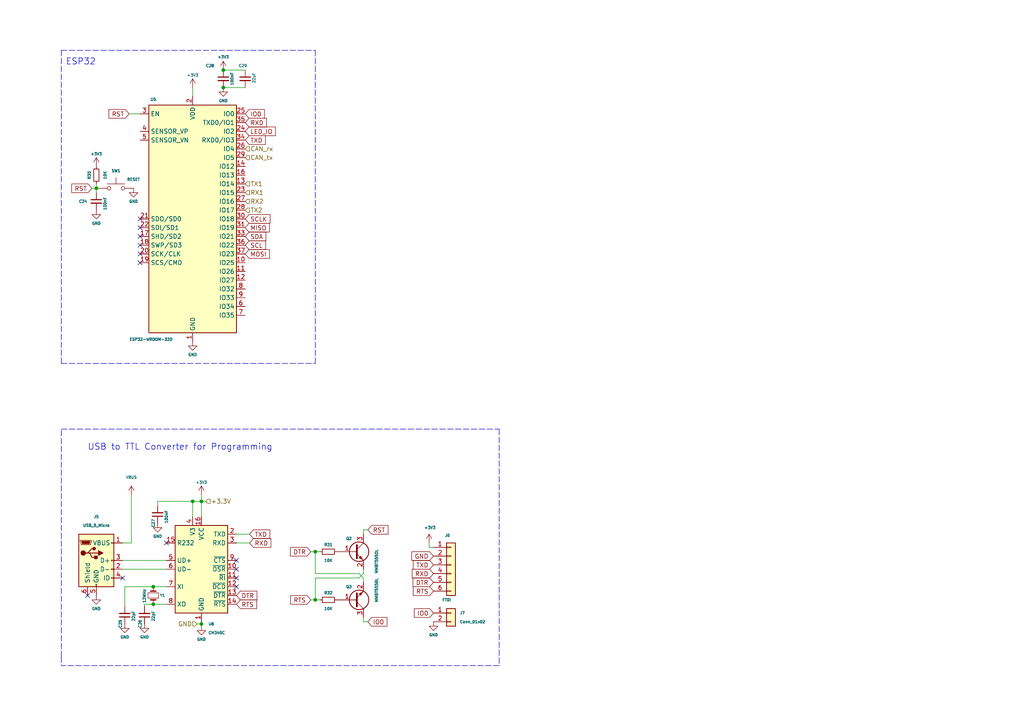
<source format=kicad_sch>
(kicad_sch (version 20211123) (generator eeschema)
  (paper "A4")
  (lib_symbols
    (symbol "Connector:USB_B_Micro" (pin_names (offset 1.016))
      (property "Reference" "J" (at -5.08 11.43 0))
      (property "Value" "USB_B_Micro" (at -5.08 8.89 0))
      (symbol "USB_B_Micro_0_1"
        (rectangle (start -5.08 -7.62) (end 5.08 7.62) (stroke (width 0.254)) (fill (type background)))
        (circle (center -3.81 2.159) (radius 0.635) (stroke (width 0.254)) (fill (type outline)))
        (circle (center -0.635 3.429) (radius 0.381) (stroke (width 0.254)) (fill (type outline)))
        (rectangle (start -0.127 -7.62) (end 0.127 -6.858))
        (polyline (pts (xy -1.905 2.159) (xy 0.635 2.159)) (stroke (width 0.254)))
        (polyline (pts (xy -3.175 2.159) (xy -2.54 2.159) (xy -1.27 3.429) (xy -0.635 3.429)) (stroke (width 0.254)))
        (polyline (pts (xy -2.54 2.159) (xy -1.905 2.159) (xy -1.27 0.889) (xy 0 0.889)) (stroke (width 0.254)))
        (polyline (pts (xy 0.635 2.794) (xy 0.635 1.524) (xy 1.905 2.159) (xy 0.635 2.794)) (stroke (width 0.254)) (fill (type outline)))
        (polyline (pts (xy -4.318 5.588) (xy -1.778 5.588) (xy -2.032 4.826) (xy -4.064 4.826) (xy -4.318 5.588)) (fill (type outline)))
        (polyline (pts (xy -4.699 5.842) (xy -4.699 5.588) (xy -4.445 4.826) (xy -4.445 4.572) (xy -1.651 4.572) (xy -1.651 4.826) (xy -1.397 5.588) (xy -1.397 5.842) (xy -4.699 5.842)))
        (rectangle (start 0.254 1.27) (end -0.508 0.508) (stroke (width 0.254)) (fill (type outline)))
        (rectangle (start 5.08 -5.207) (end 4.318 -4.953))
        (rectangle (start 5.08 -2.667) (end 4.318 -2.413))
        (rectangle (start 5.08 -0.127) (end 4.318 0.127))
        (rectangle (start 5.08 4.953) (end 4.318 5.207))
      )
      (symbol "USB_B_Micro_1_1"
        (pin power_out line (at 7.62 5.08 180) (length 2.54) (name "VBUS") (number "1"))
        (pin bidirectional line (at 7.62 -2.54 180) (length 2.54) (name "D-") (number "2"))
        (pin bidirectional line (at 7.62 0 180) (length 2.54) (name "D+") (number "3"))
        (pin passive line (at 7.62 -5.08 180) (length 2.54) (name "ID") (number "4"))
        (pin power_out line (at 0 -10.16 90) (length 2.54) (name "GND") (number "5"))
        (pin passive line (at -2.54 -10.16 90) (length 2.54) (name "Shield") (number "6"))
      )
    )
    (symbol "Connector_Generic:Conn_01x02" (pin_names (offset 1.016) hide)
      (property "Reference" "J" (at 0 2.54 0))
      (property "Value" "Conn_01x02" (at 0 -5.08 0))
      (symbol "Conn_01x02_1_1"
        (rectangle (start -1.27 -2.413) (end 0 -2.667) (stroke (width 0.1524)))
        (rectangle (start -1.27 0.127) (end 0 -0.127) (stroke (width 0.1524)))
        (rectangle (start -1.27 1.27) (end 1.27 -3.81) (stroke (width 0.254)) (fill (type background)))
        (pin passive line (at -5.08 0 0) (length 3.81) (name "Pin_1") (number "1"))
        (pin passive line (at -5.08 -2.54 0) (length 3.81) (name "Pin_2") (number "2"))
      )
    )
    (symbol "Connector_Generic:Conn_01x06" (pin_names (offset 1.016) hide)
      (property "Reference" "J" (at 0 7.62 0))
      (property "Value" "Conn_01x06" (at 0 -10.16 0))
      (symbol "Conn_01x06_1_1"
        (rectangle (start -1.27 -7.493) (end 0 -7.747) (stroke (width 0.1524)))
        (rectangle (start -1.27 -4.953) (end 0 -5.207) (stroke (width 0.1524)))
        (rectangle (start -1.27 -2.413) (end 0 -2.667) (stroke (width 0.1524)))
        (rectangle (start -1.27 0.127) (end 0 -0.127) (stroke (width 0.1524)))
        (rectangle (start -1.27 2.667) (end 0 2.413) (stroke (width 0.1524)))
        (rectangle (start -1.27 5.207) (end 0 4.953) (stroke (width 0.1524)))
        (rectangle (start -1.27 6.35) (end 1.27 -8.89) (stroke (width 0.254)) (fill (type background)))
        (pin passive line (at -5.08 5.08 0) (length 3.81) (name "Pin_1") (number "1"))
        (pin passive line (at -5.08 2.54 0) (length 3.81) (name "Pin_2") (number "2"))
        (pin passive line (at -5.08 0 0) (length 3.81) (name "Pin_3") (number "3"))
        (pin passive line (at -5.08 -2.54 0) (length 3.81) (name "Pin_4") (number "4"))
        (pin passive line (at -5.08 -5.08 0) (length 3.81) (name "Pin_5") (number "5"))
        (pin passive line (at -5.08 -7.62 0) (length 3.81) (name "Pin_6") (number "6"))
      )
    )
    (symbol "Device:C_Small" (pin_numbers hide) (pin_names (offset 0.254) hide)
      (property "Reference" "C" (at 0.254 1.778 0))
      (property "Value" "C_Small" (at 0.254 -2.032 0))
      (symbol "C_Small_0_1"
        (polyline (pts (xy -1.524 -0.508) (xy 1.524 -0.508)) (stroke (width 0.3302)))
        (polyline (pts (xy -1.524 0.508) (xy 1.524 0.508)) (stroke (width 0.3048)))
      )
      (symbol "C_Small_1_1"
        (pin passive line (at 0 2.54 270) (length 2.032) (name "~") (number "1"))
        (pin passive line (at 0 -2.54 90) (length 2.032) (name "~") (number "2"))
      )
    )
    (symbol "Device:Crystal_Small" (pin_numbers hide) (pin_names (offset 1.016) hide)
      (property "Reference" "Y" (at 0 2.54 0))
      (property "Value" "Crystal_Small" (at 0 -2.54 0))
      (symbol "Crystal_Small_0_1"
        (rectangle (start -0.762 -1.524) (end 0.762 1.524))
        (polyline (pts (xy -1.27 -0.762) (xy -1.27 0.762)) (stroke (width 0.381)))
        (polyline (pts (xy 1.27 -0.762) (xy 1.27 0.762)) (stroke (width 0.381)))
      )
      (symbol "Crystal_Small_1_1"
        (pin passive line (at -2.54 0 0) (length 1.27) (name "1") (number "1"))
        (pin passive line (at 2.54 0 180) (length 1.27) (name "2") (number "2"))
      )
    )
    (symbol "Interface_USB:CH340G"
      (property "Reference" "U" (at -5.08 13.97 0))
      (property "Value" "CH340G" (at 1.27 13.97 0))
      (symbol "CH340G_0_1"
        (rectangle (start -7.62 12.7) (end 7.62 -12.7) (stroke (width 0.254)) (fill (type background)))
      )
      (symbol "CH340G_1_1"
        (pin power_in line (at 0 -15.24 90) (length 2.54) (name "GND") (number "1"))
        (pin input line (at 10.16 0 180) (length 2.54) (name "~{DSR}") (number "10"))
        (pin input line (at 10.16 -2.54 180) (length 2.54) (name "~{RI}") (number "11"))
        (pin input line (at 10.16 -5.08 180) (length 2.54) (name "~{DCD}") (number "12"))
        (pin output line (at 10.16 -7.62 180) (length 2.54) (name "~{DTR}") (number "13"))
        (pin output line (at 10.16 -10.16 180) (length 2.54) (name "~{RTS}") (number "14"))
        (pin input line (at -10.16 7.62 0) (length 2.54) (name "R232") (number "15"))
        (pin power_in line (at 0 15.24 270) (length 2.54) (name "VCC") (number "16"))
        (pin output line (at 10.16 10.16 180) (length 2.54) (name "TXD") (number "2"))
        (pin input line (at 10.16 7.62 180) (length 2.54) (name "RXD") (number "3"))
        (pin passive line (at -2.54 15.24 270) (length 2.54) (name "V3") (number "4"))
        (pin bidirectional line (at -10.16 2.54 0) (length 2.54) (name "UD+") (number "5"))
        (pin bidirectional line (at -10.16 0 0) (length 2.54) (name "UD-") (number "6"))
        (pin input line (at -10.16 -5.08 0) (length 2.54) (name "XI") (number "7"))
        (pin output line (at -10.16 -10.16 0) (length 2.54) (name "XO") (number "8"))
        (pin input line (at 10.16 2.54 180) (length 2.54) (name "~{CTS}") (number "9"))
      )
    )
    (symbol "RF_Module:ESP32-WROOM-32D"
      (property "Reference" "U" (at -12.7 34.29 0))
      (property "Value" "ESP32-WROOM-32D" (at 1.27 34.29 0))
      (symbol "ESP32-WROOM-32D_0_1"
        (rectangle (start -12.7 33.02) (end 12.7 -33.02) (stroke (width 0.254)) (fill (type background)))
      )
      (symbol "ESP32-WROOM-32D_1_1"
        (pin power_in line (at 0 -35.56 90) (length 2.54) (name "GND") (number "1"))
        (pin bidirectional line (at 15.24 -12.7 180) (length 2.54) (name "IO25") (number "10"))
        (pin bidirectional line (at 15.24 -15.24 180) (length 2.54) (name "IO26") (number "11"))
        (pin bidirectional line (at 15.24 -17.78 180) (length 2.54) (name "IO27") (number "12"))
        (pin bidirectional line (at 15.24 10.16 180) (length 2.54) (name "IO14") (number "13"))
        (pin bidirectional line (at 15.24 15.24 180) (length 2.54) (name "IO12") (number "14"))
        (pin passive line (at 0 -35.56 90) (length 2.54) hide (name "GND") (number "15"))
        (pin bidirectional line (at 15.24 12.7 180) (length 2.54) (name "IO13") (number "16"))
        (pin bidirectional line (at -15.24 -5.08 0) (length 2.54) (name "SHD/SD2") (number "17"))
        (pin bidirectional line (at -15.24 -7.62 0) (length 2.54) (name "SWP/SD3") (number "18"))
        (pin bidirectional line (at -15.24 -12.7 0) (length 2.54) (name "SCS/CMD") (number "19"))
        (pin power_in line (at 0 35.56 270) (length 2.54) (name "VDD") (number "2"))
        (pin bidirectional line (at -15.24 -10.16 0) (length 2.54) (name "SCK/CLK") (number "20"))
        (pin bidirectional line (at -15.24 0 0) (length 2.54) (name "SDO/SD0") (number "21"))
        (pin bidirectional line (at -15.24 -2.54 0) (length 2.54) (name "SDI/SD1") (number "22"))
        (pin bidirectional line (at 15.24 7.62 180) (length 2.54) (name "IO15") (number "23"))
        (pin bidirectional line (at 15.24 25.4 180) (length 2.54) (name "IO2") (number "24"))
        (pin bidirectional line (at 15.24 30.48 180) (length 2.54) (name "IO0") (number "25"))
        (pin bidirectional line (at 15.24 20.32 180) (length 2.54) (name "IO4") (number "26"))
        (pin bidirectional line (at 15.24 5.08 180) (length 2.54) (name "IO16") (number "27"))
        (pin bidirectional line (at 15.24 2.54 180) (length 2.54) (name "IO17") (number "28"))
        (pin bidirectional line (at 15.24 17.78 180) (length 2.54) (name "IO5") (number "29"))
        (pin input line (at -15.24 30.48 0) (length 2.54) (name "EN") (number "3"))
        (pin bidirectional line (at 15.24 0 180) (length 2.54) (name "IO18") (number "30"))
        (pin bidirectional line (at 15.24 -2.54 180) (length 2.54) (name "IO19") (number "31"))
        (pin no_connect line (at -12.7 -27.94 0) (length 2.54) hide (name "NC") (number "32"))
        (pin bidirectional line (at 15.24 -5.08 180) (length 2.54) (name "IO21") (number "33"))
        (pin bidirectional line (at 15.24 22.86 180) (length 2.54) (name "RXD0/IO3") (number "34"))
        (pin bidirectional line (at 15.24 27.94 180) (length 2.54) (name "TXD0/IO1") (number "35"))
        (pin bidirectional line (at 15.24 -7.62 180) (length 2.54) (name "IO22") (number "36"))
        (pin bidirectional line (at 15.24 -10.16 180) (length 2.54) (name "IO23") (number "37"))
        (pin passive line (at 0 -35.56 90) (length 2.54) hide (name "GND") (number "38"))
        (pin passive line (at 0 -35.56 90) (length 2.54) hide (name "GND") (number "39"))
        (pin input line (at -15.24 25.4 0) (length 2.54) (name "SENSOR_VP") (number "4"))
        (pin input line (at -15.24 22.86 0) (length 2.54) (name "SENSOR_VN") (number "5"))
        (pin input line (at 15.24 -25.4 180) (length 2.54) (name "IO34") (number "6"))
        (pin input line (at 15.24 -27.94 180) (length 2.54) (name "IO35") (number "7"))
        (pin bidirectional line (at 15.24 -20.32 180) (length 2.54) (name "IO32") (number "8"))
        (pin bidirectional line (at 15.24 -22.86 180) (length 2.54) (name "IO33") (number "9"))
      )
    )
    (symbol "Switch:SW_Push" (pin_numbers hide) (pin_names (offset 1.016) hide)
      (property "Reference" "SW" (at 1.27 2.54 0))
      (property "Value" "SW_Push" (at 0 -1.524 0))
      (symbol "SW_Push_0_1"
        (circle (center -2.032 0) (radius 0.508))
        (polyline (pts (xy 0 1.27) (xy 0 3.048)))
        (polyline (pts (xy 2.54 1.27) (xy -2.54 1.27)))
        (circle (center 2.032 0) (radius 0.508))
        (pin passive line (at -5.08 0 0) (length 2.54) (name "1") (number "1"))
        (pin passive line (at 5.08 0 180) (length 2.54) (name "2") (number "2"))
      )
    )
    (symbol "Transistor_BJT:MMBT5550L" (pin_names (offset 0) hide)
      (property "Reference" "Q" (at 5.08 1.905 0))
      (property "Value" "MMBT5550L" (at 5.08 0 0))
      (symbol "MMBT5550L_0_1"
        (polyline (pts (xy 0.635 0.635) (xy 2.54 2.54)))
        (polyline (pts (xy 0.635 -0.635) (xy 2.54 -2.54) (xy 2.54 -2.54)))
        (polyline (pts (xy 0.635 1.905) (xy 0.635 -1.905) (xy 0.635 -1.905)) (stroke (width 0.508)))
        (polyline (pts (xy 1.27 -1.778) (xy 1.778 -1.27) (xy 2.286 -2.286) (xy 1.27 -1.778) (xy 1.27 -1.778)) (fill (type outline)))
        (circle (center 1.27 0) (radius 2.8194) (stroke (width 0.254)))
      )
      (symbol "MMBT5550L_1_1"
        (pin input line (at -5.08 0 0) (length 5.715) (name "B") (number "1"))
        (pin passive line (at 2.54 -5.08 90) (length 2.54) (name "E") (number "2"))
        (pin passive line (at 2.54 5.08 270) (length 2.54) (name "C") (number "3"))
      )
    )
    (symbol "jlcpcb-basic-resistor-0805:4.7k" (pin_numbers hide) (pin_names (offset 1.016) hide)
      (property "Reference" "R" (at 2.032 0 90))
      (property "Value" "4.7k" (at 0 0 90))
      (symbol "4.7k_0_1"
        (rectangle (start -0.762 1.778) (end 0.762 -1.778) (stroke (width 0.2032)))
      )
      (symbol "4.7k_1_1"
        (pin passive line (at 0 2.54 270) (length 0.762) (name "~") (number "1"))
        (pin passive line (at 0 -2.54 90) (length 0.762) (name "~") (number "2"))
      )
    )
    (symbol "power:+3.3V" (power) (pin_names (offset 0))
      (property "Value" "+3.3V" (at 0 3.556 0))
      (symbol "+3.3V_0_1"
        (polyline (pts (xy -0.762 1.27) (xy 0 2.54)))
        (polyline (pts (xy 0 0) (xy 0 2.54)))
        (polyline (pts (xy 0 2.54) (xy 0.762 1.27)))
      )
      (symbol "+3.3V_1_1"
        (pin power_in line (at 0 0 90) (length 0) hide (name "+3V3") (number "1"))
      )
    )
    (symbol "power:GND" (power) (pin_names (offset 0))
      (property "Value" "GND" (at 0 -3.81 0))
      (symbol "GND_0_1"
        (polyline (pts (xy 0 0) (xy 0 -1.27) (xy 1.27 -1.27) (xy 0 -2.54) (xy -1.27 -1.27) (xy 0 -1.27)))
      )
      (symbol "GND_1_1"
        (pin power_in line (at 0 0 270) (length 0) hide (name "GND") (number "1"))
      )
    )
    (symbol "power:VBUS" (power) (pin_names (offset 0))
      (property "Value" "VBUS" (at 0 3.81 0))
      (symbol "VBUS_0_1"
        (polyline (pts (xy -0.762 1.27) (xy 0 2.54)))
        (polyline (pts (xy 0 0) (xy 0 2.54)))
        (polyline (pts (xy 0 2.54) (xy 0.762 1.27)))
      )
      (symbol "VBUS_1_1"
        (pin power_in line (at 0 0 90) (length 0) hide (name "VBUS") (number "1"))
      )
    )
  )
  (junction (at 58.42 145.415))
  (junction (at 27.94 54.61))
  (junction (at 91.44 160.02))
  (junction (at 44.45 175.26))
  (junction (at 64.77 20.32))
  (junction (at 91.44 173.99))
  (junction (at 58.42 180.975))
  (junction (at 64.77 25.4))
  (junction (at 55.88 145.415))
  (junction (at 44.45 170.18))
  (no_connect (at 68.58 165.1))
  (no_connect (at 40.64 68.58))
  (no_connect (at 40.64 63.5))
  (no_connect (at 35.56 167.64))
  (no_connect (at 48.26 157.48))
  (no_connect (at 40.64 66.04))
  (no_connect (at 68.58 162.56))
  (no_connect (at 68.58 167.64))
  (no_connect (at 25.4 172.72))
  (no_connect (at 68.58 170.18))
  (no_connect (at 40.64 73.66))
  (no_connect (at 40.64 76.2))
  (no_connect (at 40.64 71.12))
  (polyline (pts (xy 144.78 193.04) (xy 17.78 193.04)))
  (polyline (pts (xy 472.44 188.595) (xy 472.44 189.23)))
  (wire (pts (xy 90.17 173.99) (xy 91.44 173.99)))
  (wire (pts (xy 58.42 180.975) (xy 58.42 180.34)))
  (wire (pts (xy 71.12 20.32) (xy 64.77 20.32)))
  (wire (pts (xy 124.46 158.75) (xy 125.73 158.75)))
  (polyline (pts (xy 17.78 105.41) (xy 17.78 14.605)))
  (wire (pts (xy 124.46 157.48) (xy 124.46 158.75)))
  (wire (pts (xy 105.41 166.37) (xy 104.14 167.64)))
  (wire (pts (xy 36.195 170.18) (xy 44.45 170.18)))
  (wire (pts (xy 27.94 54.61) (xy 28.575 54.61)))
  (wire (pts (xy 91.44 166.37) (xy 104.14 166.37)))
  (wire (pts (xy 41.91 175.895) (xy 41.91 175.26)))
  (wire (pts (xy 105.41 153.67) (xy 106.68 153.67)))
  (wire (pts (xy 105.41 165.1) (xy 105.41 166.37)))
  (polyline (pts (xy 144.78 124.46) (xy 144.78 193.04)))
  (wire (pts (xy 35.56 165.1) (xy 48.26 165.1)))
  (wire (pts (xy 58.42 149.86) (xy 58.42 145.415)))
  (polyline (pts (xy 17.78 190.5) (xy 17.78 124.46)))
  (polyline (pts (xy 17.78 190.5) (xy 17.78 193.04)))
  (wire (pts (xy 58.42 145.415) (xy 55.88 145.415)))
  (wire (pts (xy 91.44 173.99) (xy 92.71 173.99)))
  (wire (pts (xy 68.58 157.48) (xy 72.39 157.48)))
  (wire (pts (xy 91.44 167.64) (xy 91.44 173.99)))
  (wire (pts (xy 68.58 154.94) (xy 72.39 154.94)))
  (wire (pts (xy 105.41 154.94) (xy 105.41 153.67)))
  (wire (pts (xy 45.72 146.685) (xy 45.72 145.415)))
  (wire (pts (xy 27.94 53.34) (xy 27.94 54.61)))
  (wire (pts (xy 36.195 175.895) (xy 36.195 170.18)))
  (wire (pts (xy 44.45 170.18) (xy 48.26 170.18)))
  (wire (pts (xy 91.44 160.02) (xy 92.71 160.02)))
  (wire (pts (xy 41.91 175.26) (xy 44.45 175.26)))
  (wire (pts (xy 45.72 145.415) (xy 55.88 145.415)))
  (wire (pts (xy 55.88 25.4) (xy 55.88 27.94)))
  (wire (pts (xy 38.1 143.51) (xy 38.1 157.48)))
  (wire (pts (xy 58.42 145.415) (xy 59.69 145.415)))
  (wire (pts (xy 27.94 54.61) (xy 26.67 54.61)))
  (wire (pts (xy 91.44 166.37) (xy 91.44 160.02)))
  (polyline (pts (xy 91.44 14.605) (xy 91.44 105.41)))
  (polyline (pts (xy 17.78 14.605) (xy 91.44 14.605)))
  (wire (pts (xy 105.41 167.64) (xy 104.14 166.37)))
  (wire (pts (xy 37.465 33.02) (xy 40.64 33.02)))
  (wire (pts (xy 58.42 143.51) (xy 58.42 145.415)))
  (wire (pts (xy 35.56 162.56) (xy 48.26 162.56)))
  (wire (pts (xy 44.45 175.26) (xy 48.26 175.26)))
  (wire (pts (xy 105.41 167.64) (xy 105.41 168.91)))
  (wire (pts (xy 64.77 25.4) (xy 71.12 25.4)))
  (wire (pts (xy 90.17 160.02) (xy 91.44 160.02)))
  (polyline (pts (xy 17.78 124.46) (xy 144.78 124.46)))
  (wire (pts (xy 55.88 145.415) (xy 55.88 149.86)))
  (wire (pts (xy 105.41 180.34) (xy 106.68 180.34)))
  (wire (pts (xy 27.94 54.61) (xy 27.94 55.88)))
  (wire (pts (xy 91.44 167.64) (xy 104.14 167.64)))
  (wire (pts (xy 58.42 181.61) (xy 58.42 180.975)))
  (wire (pts (xy 38.1 157.48) (xy 35.56 157.48)))
  (wire (pts (xy 57.15 180.975) (xy 58.42 180.975)))
  (wire (pts (xy 105.41 179.07) (xy 105.41 180.34)))
  (polyline (pts (xy 17.78 105.41) (xy 91.44 105.41)))
  (text "ESP32" (at 19.05 19.05 0) (effects (font (size 1.8 1.8)) (justify left bottom)))
  (text "USB to TTL Converter for Programming" (at 25.4 130.81 0) (effects (font (size 1.8 1.8)) (justify left bottom)))
  (global_label "MISO" (shape input) (at 71.12 66.04 0) (property "Intersheet References" "${INTERSHEET_REFS}" (effects hide)))
  (global_label "SCLK" (shape input) (at 71.12 63.5 0) (property "Intersheet References" "${INTERSHEET_REFS}" (effects hide)))
  (global_label "RTS" (shape input) (at 68.58 175.26 0) (property "Intersheet References" "${INTERSHEET_REFS}" (effects hide)))
  (global_label "DTR" (shape input) (at 125.73 168.91 180) (property "Intersheet References" "${INTERSHEET_REFS}" (effects hide)))
  (global_label "RST" (shape input) (at 37.465 33.02 180) (property "Intersheet References" "${INTERSHEET_REFS}" (effects hide)))
  (global_label "DTR" (shape input) (at 68.58 172.72 0) (property "Intersheet References" "${INTERSHEET_REFS}" (effects hide)))
  (global_label "RST" (shape input) (at 26.67 54.61 180) (property "Intersheet References" "${INTERSHEET_REFS}" (effects hide)))
  (global_label "TXD" (shape input) (at 71.12 40.64 0) (property "Intersheet References" "${INTERSHEET_REFS}" (effects hide)))
  (global_label "IO0" (shape input) (at 71.12 33.02 0) (property "Intersheet References" "${INTERSHEET_REFS}" (effects hide)))
  (global_label "TXD" (shape input) (at 72.39 154.94 0) (property "Intersheet References" "${INTERSHEET_REFS}" (effects hide)))
  (global_label "LED_IO" (shape input) (at 71.12 38.1 0) (property "Intersheet References" "${INTERSHEET_REFS}" (effects hide)))
  (global_label "TXD" (shape input) (at 125.73 163.83 180) (property "Intersheet References" "${INTERSHEET_REFS}" (effects hide)))
  (global_label "DTR" (shape input) (at 90.17 160.02 180) (property "Intersheet References" "${INTERSHEET_REFS}" (effects hide)))
  (global_label "IO0" (shape input) (at 125.73 177.8 180) (property "Intersheet References" "${INTERSHEET_REFS}" (effects hide)))
  (global_label "IO0" (shape input) (at 106.68 180.34 0) (property "Intersheet References" "${INTERSHEET_REFS}" (effects hide)))
  (global_label "RXD" (shape input) (at 72.39 157.48 0) (property "Intersheet References" "${INTERSHEET_REFS}" (effects hide)))
  (global_label "RTS" (shape input) (at 125.73 171.45 180) (property "Intersheet References" "${INTERSHEET_REFS}" (effects hide)))
  (global_label "GND" (shape input) (at 125.73 161.29 180) (property "Intersheet References" "${INTERSHEET_REFS}" (effects hide)))
  (global_label "RST" (shape input) (at 106.68 153.67 0) (property "Intersheet References" "${INTERSHEET_REFS}" (effects hide)))
  (global_label "SCL" (shape input) (at 71.12 71.12 0) (property "Intersheet References" "${INTERSHEET_REFS}" (effects hide)))
  (global_label "MOSI" (shape input) (at 71.12 73.66 0) (property "Intersheet References" "${INTERSHEET_REFS}" (effects hide)))
  (global_label "SDA" (shape input) (at 71.12 68.58 0) (property "Intersheet References" "${INTERSHEET_REFS}" (effects hide)))
  (global_label "RXD" (shape input) (at 71.12 35.56 0) (property "Intersheet References" "${INTERSHEET_REFS}" (effects hide)))
  (global_label "RXD" (shape input) (at 125.73 166.37 180) (property "Intersheet References" "${INTERSHEET_REFS}" (effects hide)))
  (global_label "RTS" (shape input) (at 90.17 173.99 180) (property "Intersheet References" "${INTERSHEET_REFS}" (effects hide)))
  (hierarchical_label "+3.3V" (shape input) (at 59.69 145.415 0))
  (hierarchical_label "TX2" (shape input) (at 71.12 60.96 0))
  (hierarchical_label "RX1" (shape input) (at 71.12 55.88 0))
  (hierarchical_label "GND" (shape input) (at 57.15 180.975 180))
  (hierarchical_label "TX1" (shape input) (at 71.12 53.34 0))
  (hierarchical_label "RX2" (shape input) (at 71.12 58.42 0))
  (hierarchical_label "CAN_tx" (shape input) (at 71.12 45.72 0))
  (hierarchical_label "CAN_rx" (shape input) (at 71.12 43.18 0))
  (symbol (lib_id "Device:C_Small") (at 27.94 58.42 0) (unit 1)
    (property "Reference" "C24" (at 22.86 58.42 0) (effects (font (size 0.8 0.8)) (justify left)))
    (property "Value" "100nF" (at 30.48 60.96 90) (effects (font (size 0.8 0.8)) (justify left)))
    (property "Footprint" "Capacitor_SMD:C_0603_1608Metric" (effects hide))
  )
  (symbol (lib_id "Interface_USB:CH340G") (at 58.42 165.1 0) (unit 1)
    (property "Reference" "U6" (at 60.4394 180.975 0) (effects (font (size 0.8 0.8)) (justify left)))
    (property "Value" "CH340C" (at 60.4394 183.515 0) (effects (font (size 0.8 0.8)) (justify left)))
    (property "Footprint" "Package_SO:SOIC-16_3.9x9.9mm_P1.27mm" (effects hide))
    (property "Datasheet" "http://www.datasheet5.com/pdf-local-2195953" (effects hide))
  )
  (symbol (lib_id "Transistor_BJT:MMBT5550L") (at 102.87 160.02 0) (unit 1)
    (property "Reference" "Q2" (at 100.33 156.21 0) (effects (font (size 0.8 0.8)) (justify left)))
    (property "Value" "MMBT5550L" (at 109.22 166.37 90) (effects (font (size 0.8 0.8)) (justify left)))
    (property "Footprint" "Package_TO_SOT_SMD:SOT-23" (effects hide))
    (property "Datasheet" "www.onsemi.com/pub/Collateral/MMBT5550LT1-D.PDF" (effects hide))
  )
  (symbol (lib_id "power:GND") (at 36.195 180.975 0) (unit 1)
    (property "Reference" "#PWR0146" (effects hide))
    (property "Value" "GND" (at 36.195 184.785 0) (effects (font (size 0.8 0.8))))
  )
  (symbol (lib_id "Device:C_Small") (at 64.77 22.86 0) (unit 1)
    (property "Reference" "C28" (at 59.69 19.05 0) (effects (font (size 0.8 0.8)) (justify left)))
    (property "Value" "100nF" (at 67.31 24.765 90) (effects (font (size 0.8 0.8)) (justify left)))
    (property "Footprint" "Capacitor_SMD:C_0603_1608Metric" (effects hide))
  )
  (symbol (lib_id "jlcpcb-basic-resistor-0805:4.7k") (at 95.25 173.99 90) (unit 1)
    (property "Reference" "R32" (at 95.25 171.958 90) (effects (font (size 0.8 0.8))))
    (property "Value" "10K" (at 95.25 176.53 90) (effects (font (size 0.8 0.8))))
    (property "Footprint" "Resistor_SMD:R_0603_1608Metric" (effects hide))
    (property "Datasheet" "https://datasheet.lcsc.com/szlcsc/Uniroyal-Elec-0805W8F4701T5E_C17673.pdf" (effects hide))
    (property "LCSC" "C17673" (effects hide))
  )
  (symbol (lib_id "Transistor_BJT:MMBT5550L") (at 102.87 173.99 0) (mirror x) (unit 1)
    (property "Reference" "Q3" (at 100.33 170.18 0) (effects (font (size 0.8 0.8)) (justify left)))
    (property "Value" "MMBT5550L" (at 109.22 167.64 90) (effects (font (size 0.8 0.8)) (justify left)))
    (property "Footprint" "Package_TO_SOT_SMD:SOT-23" (effects hide))
    (property "Datasheet" "www.onsemi.com/pub/Collateral/MMBT5550LT1-D.PDF" (effects hide))
  )
  (symbol (lib_id "power:GND") (at 41.91 180.975 0) (unit 1)
    (property "Reference" "#PWR0149" (effects hide))
    (property "Value" "GND" (at 41.91 184.785 0) (effects (font (size 0.8 0.8))))
  )
  (symbol (lib_id "power:GND") (at 64.77 25.4 0) (unit 1)
    (property "Reference" "#PWR0150" (effects hide))
    (property "Value" "GND" (at 64.77 29.21 0) (effects (font (size 0.8 0.8))))
  )
  (symbol (lib_id "power:+3.3V") (at 55.88 25.4 0) (unit 1)
    (property "Reference" "#PWR0151" (effects hide))
    (property "Value" "+3.3V" (at 55.88 21.7954 0) (effects (font (size 0.8 0.8))))
  )
  (symbol (lib_id "Switch:SW_Push") (at 33.655 54.61 0) (unit 1)
    (property "Reference" "SW1" (at 33.655 49.53 0) (effects (font (size 0.8 0.8))))
    (property "Value" "RESET" (at 38.735 52.07 0) (effects (font (size 0.8 0.8))))
    (property "Footprint" "Button_Switch_SMD:SW_SPST_CK_RS282G05A3" (effects hide))
    (property "Datasheet" "https://www.sunrom.com/p/smd-tactile-switch-3x6x2-5mm" (effects hide))
  )
  (symbol (lib_id "power:+3.3V") (at 27.94 48.26 0) (unit 1)
    (property "Reference" "#PWR0155" (effects hide))
    (property "Value" "+3.3V" (at 27.94 44.6554 0) (effects (font (size 0.8 0.8))))
  )
  (symbol (lib_id "power:GND") (at 58.42 181.61 0) (unit 1)
    (property "Reference" "#PWR0144" (effects hide))
    (property "Value" "GND" (at 58.42 185.42 0) (effects (font (size 0.8 0.8))))
  )
  (symbol (lib_id "power:VBUS") (at 38.1 143.51 0) (unit 1)
    (property "Reference" "#PWR0147" (effects hide))
    (property "Value" "VBUS" (at 38.1 138.43 0) (effects (font (size 0.8 0.8))))
  )
  (symbol (lib_id "power:GND") (at 125.73 180.34 0) (unit 1)
    (property "Reference" "#PWR0142" (effects hide))
    (property "Value" "GND" (at 125.73 184.15 0) (effects (font (size 0.8 0.8))))
  )
  (symbol (lib_id "Connector:USB_B_Micro") (at 27.94 162.56 0) (unit 1)
    (property "Reference" "J5" (at 27.94 149.86 0) (effects (font (size 0.8 0.8))))
    (property "Value" "USB_B_Micro" (at 27.94 152.4 0) (effects (font (size 0.8 0.8))))
    (property "Footprint" "Connector_USB:USB_Micro-B_Wuerth_614105150721_Vertical" (effects hide))
    (property "Datasheet" "https://www.sunrom.com/p/micro-usb-connector-b-female-5-pin-through-hole-vertical-mounting" (effects hide))
  )
  (symbol (lib_id "power:GND") (at 55.88 99.06 0) (unit 1)
    (property "Reference" "#PWR0154" (effects hide))
    (property "Value" "GND" (at 55.88 102.87 0) (effects (font (size 0.8 0.8))))
  )
  (symbol (lib_id "Device:C_Small") (at 41.91 178.435 180) (unit 1)
    (property "Reference" "C26" (at 40.64 179.705 90) (effects (font (size 0.8 0.8)) (justify left)))
    (property "Value" "22pF" (at 44.45 177.165 90) (effects (font (size 0.8 0.8)) (justify left)))
    (property "Footprint" "Capacitor_SMD:C_0603_1608Metric" (effects hide))
  )
  (symbol (lib_id "Device:C_Small") (at 36.195 178.435 180) (unit 1)
    (property "Reference" "C25" (at 34.925 179.705 90) (effects (font (size 0.8 0.8)) (justify left)))
    (property "Value" "22pF" (at 38.735 177.165 90) (effects (font (size 0.8 0.8)) (justify left)))
    (property "Footprint" "Capacitor_SMD:C_0603_1608Metric" (effects hide))
  )
  (symbol (lib_id "Device:C_Small") (at 71.12 22.86 0) (unit 1)
    (property "Reference" "C29" (at 69.215 19.05 0) (effects (font (size 0.8 0.8)) (justify left)))
    (property "Value" "22uF" (at 73.66 24.13 90) (effects (font (size 0.8 0.8)) (justify left)))
    (property "Footprint" "Capacitor_SMD:C_0805_2012Metric_Pad1.18x1.45mm_HandSolder" (effects hide))
  )
  (symbol (lib_id "power:GND") (at 27.94 172.72 0) (unit 1)
    (property "Reference" "#PWR0148" (effects hide))
    (property "Value" "GND" (at 27.94 176.53 0) (effects (font (size 0.8 0.8))))
  )
  (symbol (lib_id "Device:Crystal_Small") (at 44.45 172.72 270) (unit 1)
    (property "Reference" "Y1" (at 46.355 172.72 90) (effects (font (size 0.8 0.8)) (justify left)))
    (property "Value" "12MHz" (at 41.91 170.815 0) (effects (font (size 0.8 0.8)) (justify left)))
    (property "Footprint" "Crystal:Crystal_HC49-4H_Vertical" (effects hide))
  )
  (symbol (lib_id "Connector_Generic:Conn_01x02") (at 130.81 177.8 0) (unit 1)
    (property "Reference" "J7" (at 133.35 177.7999 0) (effects (font (size 0.8 0.8)) (justify left)))
    (property "Value" "Conn_01x02" (at 133.35 180.3399 0) (effects (font (size 0.8 0.8)) (justify left)))
    (property "Footprint" "Connector_PinHeader_2.54mm:PinHeader_1x02_P2.54mm_Vertical" (effects hide))
  )
  (symbol (lib_id "RF_Module:ESP32-WROOM-32D") (at 55.88 63.5 0) (unit 1)
    (property "Reference" "U5" (at 44.45 28.7994 0) (effects (font (size 0.8 0.8))))
    (property "Value" "ESP32-WROOM-32D" (at 43.815 98.425 0) (effects (font (size 0.8 0.8))))
    (property "Footprint" "ZMPT101B:ESP32-WROOM-32_ex" (effects hide))
    (property "Datasheet" "https://www.espressif.com/sites/default/files/documentation/esp32-wroom-32d_esp32-wroom-32u_datasheet_en.pdf" (effects hide))
  )
  (symbol (lib_id "power:+3.3V") (at 64.77 20.32 0) (unit 1)
    (property "Reference" "#PWR0152" (effects hide))
    (property "Value" "+3.3V" (at 64.77 16.51 0) (effects (font (size 0.8 0.8))))
  )
  (symbol (lib_id "Connector_Generic:Conn_01x06") (at 130.81 163.83 0) (unit 1)
    (property "Reference" "J6" (at 129.0321 155.3015 0) (effects (font (size 0.8 0.8)) (justify left)))
    (property "Value" "FTDI" (at 128.27 173.99 0) (effects (font (size 0.8 0.8)) (justify left)))
    (property "Footprint" "Connector_PinHeader_2.54mm:PinHeader_1x06_P2.54mm_Vertical" (effects hide))
  )
  (symbol (lib_id "power:GND") (at 38.735 54.61 0) (unit 1)
    (property "Reference" "#PWR0156" (effects hide))
    (property "Value" "GND" (at 38.735 58.42 0) (effects (font (size 0.8 0.8))))
  )
  (symbol (lib_id "Device:C_Small") (at 45.72 149.225 180) (unit 1)
    (property "Reference" "C27" (at 44.45 150.495 90) (effects (font (size 0.8 0.8)) (justify left)))
    (property "Value" "100nF" (at 48.26 147.955 90) (effects (font (size 0.8 0.8)) (justify left)))
    (property "Footprint" "Capacitor_SMD:C_0603_1608Metric" (effects hide))
  )
  (symbol (lib_id "jlcpcb-basic-resistor-0805:4.7k") (at 95.25 160.02 90) (unit 1)
    (property "Reference" "R31" (at 95.25 157.988 90) (effects (font (size 0.8 0.8))))
    (property "Value" "10K" (at 95.25 162.56 90) (effects (font (size 0.8 0.8))))
    (property "Footprint" "Resistor_SMD:R_0603_1608Metric" (effects hide))
    (property "Datasheet" "https://datasheet.lcsc.com/szlcsc/Uniroyal-Elec-0805W8F4701T5E_C17673.pdf" (effects hide))
    (property "LCSC" "C17673" (effects hide))
  )
  (symbol (lib_id "power:GND") (at 27.94 60.96 0) (unit 1)
    (property "Reference" "#PWR0153" (effects hide))
    (property "Value" "GND" (at 27.94 64.77 0) (effects (font (size 0.8 0.8))))
  )
  (symbol (lib_id "power:GND") (at 45.72 151.765 0) (unit 1)
    (property "Reference" "#PWR0145" (effects hide))
    (property "Value" "GND" (at 45.72 155.575 0) (effects (font (size 0.8 0.8))))
  )
  (symbol (lib_id "jlcpcb-basic-resistor-0805:4.7k") (at 27.94 50.8 180) (unit 1)
    (property "Reference" "R30" (at 25.908 50.8 90) (effects (font (size 0.8 0.8))))
    (property "Value" "10K" (at 30.48 50.8 90) (effects (font (size 0.8 0.8))))
    (property "Footprint" "Resistor_SMD:R_0603_1608Metric" (effects hide))
    (property "Datasheet" "https://datasheet.lcsc.com/szlcsc/Uniroyal-Elec-0805W8F4701T5E_C17673.pdf" (effects hide))
    (property "LCSC" "C17673" (effects hide))
  )
  (symbol (lib_id "power:+3.3V") (at 58.42 143.51 0) (unit 1)
    (property "Reference" "#PWR0143" (effects hide))
    (property "Value" "+3.3V" (at 58.42 139.9054 0) (effects (font (size 0.8 0.8))))
  )
  (symbol (lib_id "power:+3.3V") (at 124.46 157.48 0) (unit 1)
    (property "Reference" "#PWR0141" (effects hide))
    (property "Value" "+3.3V" (at 126.365 153.035 0) (effects (font (size 0.8 0.8)) (justify right)))
  )
)
</source>
